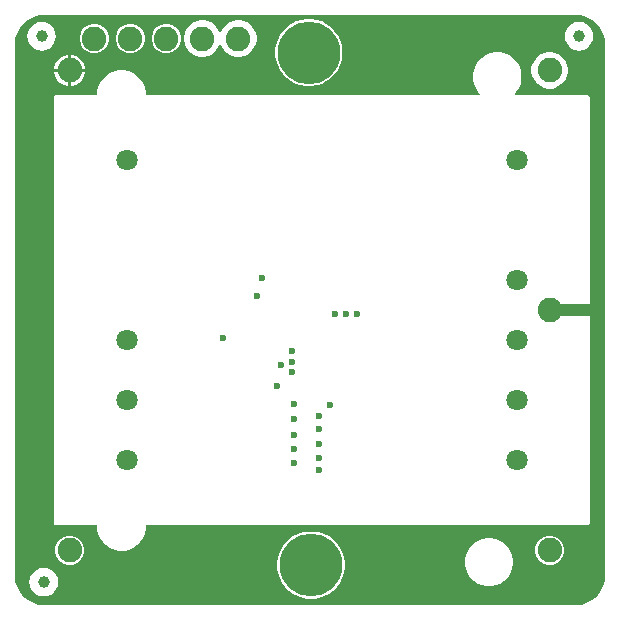
<source format=gtl>
G04*
G04 #@! TF.GenerationSoftware,Altium Limited,Altium Designer,21.6.4 (81)*
G04*
G04 Layer_Physical_Order=1*
G04 Layer_Color=255*
%FSLAX25Y25*%
%MOIN*%
G70*
G04*
G04 #@! TF.SameCoordinates,4529F259-1C2A-4C1D-AD44-B5440C422FEC*
G04*
G04*
G04 #@! TF.FilePolarity,Positive*
G04*
G01*
G75*
%ADD17C,0.03937*%
%ADD18C,0.03937*%
%ADD19C,0.08228*%
%ADD20C,0.20866*%
%ADD21C,0.06150*%
%ADD22C,0.06000*%
%ADD23C,0.07087*%
%ADD24C,0.02362*%
G36*
X170263Y178298D02*
X171555Y177952D01*
X172791Y177440D01*
X173950Y176771D01*
X175011Y175957D01*
X175957Y175011D01*
X176771Y173950D01*
X177440Y172791D01*
X177952Y171555D01*
X178298Y170263D01*
X178473Y168937D01*
X178473Y168268D01*
X178473Y-8110D01*
Y-8779D01*
X178298Y-10105D01*
X177952Y-11398D01*
X177440Y-12634D01*
X176771Y-13792D01*
X175957Y-14854D01*
X175011Y-15800D01*
X173950Y-16614D01*
X172791Y-17283D01*
X171555Y-17795D01*
X170263Y-18141D01*
X168937Y-18316D01*
X168268Y-18316D01*
X-8110Y-18316D01*
X-8779D01*
X-10106Y-18141D01*
X-11398Y-17795D01*
X-12634Y-17283D01*
X-13792Y-16614D01*
X-14853Y-15800D01*
X-15800Y-14853D01*
X-16614Y-13792D01*
X-17283Y-12634D01*
X-17795Y-11398D01*
X-18141Y-10106D01*
X-18316Y-8779D01*
X-18316Y-8110D01*
X-18316Y168268D01*
Y168937D01*
X-18141Y170263D01*
X-17795Y171555D01*
X-17283Y172791D01*
X-16614Y173950D01*
X-15800Y175011D01*
X-14854Y175957D01*
X-13792Y176771D01*
X-12634Y177440D01*
X-11398Y177952D01*
X-10106Y178298D01*
X-8779Y178473D01*
X-8181Y178473D01*
X-8181Y178473D01*
X168268Y178473D01*
X168937D01*
X170263Y178298D01*
D02*
G37*
%LPC*%
G36*
X56780Y176673D02*
X55582D01*
X54407Y176439D01*
X53300Y175981D01*
X52304Y175315D01*
X51456Y174468D01*
X50791Y173472D01*
X50452Y172653D01*
X49911D01*
X49571Y173472D01*
X48906Y174468D01*
X48059Y175315D01*
X47062Y175981D01*
X45955Y176439D01*
X44780Y176673D01*
X43582D01*
X42407Y176439D01*
X41300Y175981D01*
X40304Y175315D01*
X39456Y174468D01*
X38791Y173472D01*
X38332Y172365D01*
X38098Y171190D01*
Y169992D01*
X38332Y168816D01*
X38791Y167709D01*
X39456Y166713D01*
X40304Y165866D01*
X41300Y165200D01*
X42407Y164742D01*
X43582Y164508D01*
X44780D01*
X45955Y164742D01*
X47062Y165200D01*
X48059Y165866D01*
X48906Y166713D01*
X49571Y167709D01*
X49911Y168528D01*
X50452D01*
X50791Y167709D01*
X51456Y166713D01*
X52304Y165866D01*
X53300Y165200D01*
X54407Y164742D01*
X55582Y164508D01*
X56780D01*
X57955Y164742D01*
X59062Y165200D01*
X60059Y165866D01*
X60906Y166713D01*
X61572Y167709D01*
X62030Y168816D01*
X62264Y169992D01*
Y171190D01*
X62030Y172365D01*
X61572Y173472D01*
X60906Y174468D01*
X60059Y175315D01*
X59062Y175981D01*
X57955Y176439D01*
X56780Y176673D01*
D02*
G37*
G36*
X169783Y176123D02*
X168550Y175961D01*
X167401Y175485D01*
X166414Y174728D01*
X165657Y173741D01*
X165181Y172592D01*
X165018Y171358D01*
X165181Y170125D01*
X165657Y168976D01*
X166414Y167989D01*
X167401Y167232D01*
X168550Y166755D01*
X169783Y166593D01*
X171017Y166755D01*
X172166Y167232D01*
X173153Y167989D01*
X173910Y168976D01*
X174386Y170125D01*
X174549Y171358D01*
X174386Y172592D01*
X173910Y173741D01*
X173153Y174728D01*
X172166Y175485D01*
X171017Y175961D01*
X169783Y176123D01*
D02*
G37*
G36*
X-9350D02*
X-10584Y175961D01*
X-11733Y175485D01*
X-12720Y174728D01*
X-13477Y173741D01*
X-13953Y172592D01*
X-14116Y171358D01*
X-13953Y170125D01*
X-13477Y168976D01*
X-12720Y167989D01*
X-11733Y167232D01*
X-10584Y166755D01*
X-9350Y166593D01*
X-8117Y166755D01*
X-6968Y167232D01*
X-5981Y167989D01*
X-5224Y168976D01*
X-4748Y170125D01*
X-4585Y171358D01*
X-4748Y172592D01*
X-5224Y173741D01*
X-5981Y174728D01*
X-6968Y175485D01*
X-8117Y175961D01*
X-9350Y176123D01*
D02*
G37*
G36*
X32826Y175492D02*
X31536D01*
X30289Y175158D01*
X29171Y174513D01*
X28259Y173600D01*
X27614Y172483D01*
X27279Y171236D01*
Y169945D01*
X27614Y168699D01*
X28259Y167581D01*
X29171Y166668D01*
X30289Y166023D01*
X31536Y165689D01*
X32826D01*
X34073Y166023D01*
X35191Y166668D01*
X36103Y167581D01*
X36749Y168699D01*
X37083Y169945D01*
Y171236D01*
X36749Y172483D01*
X36103Y173600D01*
X35191Y174513D01*
X34073Y175158D01*
X32826Y175492D01*
D02*
G37*
G36*
X20826D02*
X19536D01*
X18289Y175158D01*
X17172Y174513D01*
X16259Y173600D01*
X15614Y172483D01*
X15280Y171236D01*
Y169945D01*
X15614Y168699D01*
X16259Y167581D01*
X17172Y166668D01*
X18289Y166023D01*
X19536Y165689D01*
X20826D01*
X22073Y166023D01*
X23191Y166668D01*
X24103Y167581D01*
X24749Y168699D01*
X25083Y169945D01*
Y171236D01*
X24749Y172483D01*
X24103Y173600D01*
X23191Y174513D01*
X22073Y175158D01*
X20826Y175492D01*
D02*
G37*
G36*
X8826D02*
X7536D01*
X6289Y175158D01*
X5172Y174513D01*
X4259Y173600D01*
X3614Y172483D01*
X3280Y171236D01*
Y169945D01*
X3614Y168699D01*
X4259Y167581D01*
X5172Y166668D01*
X6289Y166023D01*
X7536Y165689D01*
X8826D01*
X10073Y166023D01*
X11191Y166668D01*
X12103Y167581D01*
X12749Y168699D01*
X13083Y169945D01*
Y171236D01*
X12749Y172483D01*
X12103Y173600D01*
X11191Y174513D01*
X10073Y175158D01*
X8826Y175492D01*
D02*
G37*
G36*
X673Y165114D02*
X500D01*
Y160500D01*
X5114D01*
Y160673D01*
X4766Y161974D01*
X4092Y163140D01*
X3140Y164092D01*
X1974Y164766D01*
X673Y165114D01*
D02*
G37*
G36*
X-500D02*
X-673D01*
X-1974Y164766D01*
X-3140Y164092D01*
X-4092Y163140D01*
X-4766Y161974D01*
X-5114Y160673D01*
Y160500D01*
X-500D01*
Y165114D01*
D02*
G37*
G36*
X5114Y159500D02*
X500D01*
Y154886D01*
X673D01*
X1974Y155234D01*
X3140Y155908D01*
X4092Y156860D01*
X4766Y158026D01*
X5114Y159327D01*
Y159500D01*
D02*
G37*
G36*
X-500D02*
X-5114D01*
Y159327D01*
X-4766Y158026D01*
X-4092Y156860D01*
X-3140Y155908D01*
X-1974Y155234D01*
X-673Y154886D01*
X-500D01*
Y159500D01*
D02*
G37*
G36*
X80568Y177126D02*
X78802D01*
X77058Y176850D01*
X75378Y176304D01*
X73804Y175502D01*
X72375Y174464D01*
X71127Y173215D01*
X70088Y171786D01*
X69287Y170213D01*
X68741Y168533D01*
X68465Y166789D01*
Y165022D01*
X68741Y163278D01*
X69287Y161598D01*
X70088Y160025D01*
X71127Y158596D01*
X72375Y157347D01*
X73804Y156309D01*
X75378Y155507D01*
X77058Y154961D01*
X78802Y154685D01*
X80568D01*
X82313Y154961D01*
X83992Y155507D01*
X85566Y156309D01*
X86995Y157347D01*
X88244Y158596D01*
X89282Y160025D01*
X90083Y161598D01*
X90629Y163278D01*
X90905Y165022D01*
Y166789D01*
X90629Y168533D01*
X90083Y170213D01*
X89282Y171786D01*
X88244Y173215D01*
X86995Y174464D01*
X85566Y175502D01*
X83992Y176304D01*
X82313Y176850D01*
X80568Y177126D01*
D02*
G37*
G36*
X160599Y166083D02*
X159401D01*
X158226Y165849D01*
X157119Y165390D01*
X156123Y164725D01*
X155275Y163877D01*
X154610Y162881D01*
X154151Y161774D01*
X153917Y160599D01*
Y159401D01*
X154151Y158226D01*
X154610Y157119D01*
X155275Y156123D01*
X156123Y155275D01*
X157119Y154610D01*
X158226Y154151D01*
X159401Y153917D01*
X160599D01*
X161774Y154151D01*
X162881Y154610D01*
X163877Y155275D01*
X164725Y156123D01*
X165390Y157119D01*
X165849Y158226D01*
X166083Y159401D01*
Y160599D01*
X165849Y161774D01*
X165390Y162881D01*
X164725Y163877D01*
X163877Y164725D01*
X162881Y165390D01*
X161774Y165849D01*
X160599Y166083D01*
D02*
G37*
G36*
X143315Y165945D02*
X141725D01*
X140165Y165635D01*
X138697Y165026D01*
X137375Y164143D01*
X136251Y163019D01*
X135367Y161697D01*
X134759Y160228D01*
X134449Y158669D01*
Y157079D01*
X134759Y155520D01*
X135367Y154051D01*
X136251Y152729D01*
X136770Y152210D01*
X136579Y151748D01*
X25394D01*
Y152763D01*
X25084Y154323D01*
X24475Y155791D01*
X23592Y157113D01*
X22468Y158238D01*
X21146Y159121D01*
X19677Y159729D01*
X18118Y160039D01*
X16528D01*
X14969Y159729D01*
X13500Y159121D01*
X12178Y158238D01*
X11054Y157113D01*
X10170Y155791D01*
X9562Y154323D01*
X9252Y152763D01*
Y151748D01*
X-4567D01*
X-4874Y151687D01*
X-5135Y151513D01*
X-5309Y151252D01*
X-5370Y150945D01*
Y9213D01*
X-5309Y8905D01*
X-5135Y8645D01*
X-4874Y8471D01*
X-4567Y8410D01*
X9252D01*
Y7079D01*
X9562Y5520D01*
X10170Y4051D01*
X11054Y2729D01*
X12178Y1605D01*
X13500Y722D01*
X14969Y113D01*
X16528Y-197D01*
X18118D01*
X19677Y113D01*
X21146Y722D01*
X22468Y1605D01*
X23592Y2729D01*
X24475Y4051D01*
X25084Y5520D01*
X25394Y7079D01*
Y8410D01*
X172598D01*
X172906Y8471D01*
X173166Y8645D01*
X173340Y8905D01*
X173401Y9213D01*
Y150945D01*
X173340Y151252D01*
X173166Y151513D01*
X172906Y151687D01*
X172598Y151748D01*
X148461D01*
X148269Y152210D01*
X148789Y152729D01*
X149672Y154051D01*
X150280Y155520D01*
X150591Y157079D01*
Y158669D01*
X150280Y160228D01*
X149672Y161697D01*
X148789Y163019D01*
X147665Y164143D01*
X146343Y165026D01*
X144874Y165635D01*
X143315Y165945D01*
D02*
G37*
G36*
X160645Y4902D02*
X159355D01*
X158108Y4567D01*
X156990Y3922D01*
X156078Y3010D01*
X155432Y1892D01*
X155098Y645D01*
Y-645D01*
X155432Y-1892D01*
X156078Y-3010D01*
X156990Y-3922D01*
X158108Y-4567D01*
X159355Y-4902D01*
X160645D01*
X161892Y-4567D01*
X163010Y-3922D01*
X163922Y-3010D01*
X164567Y-1892D01*
X164902Y-645D01*
Y645D01*
X164567Y1892D01*
X163922Y3010D01*
X163010Y3922D01*
X161892Y4567D01*
X160645Y4902D01*
D02*
G37*
G36*
X645D02*
X-645D01*
X-1892Y4567D01*
X-3010Y3922D01*
X-3922Y3010D01*
X-4567Y1892D01*
X-4902Y645D01*
Y-645D01*
X-4567Y-1892D01*
X-3922Y-3010D01*
X-3010Y-3922D01*
X-1892Y-4567D01*
X-645Y-4902D01*
X645D01*
X1892Y-4567D01*
X3010Y-3922D01*
X3922Y-3010D01*
X4567Y-1892D01*
X4902Y-645D01*
Y645D01*
X4567Y1892D01*
X3922Y3010D01*
X3010Y3922D01*
X1892Y4567D01*
X645Y4902D01*
D02*
G37*
G36*
X140559Y4134D02*
X138969D01*
X137410Y3824D01*
X135941Y3215D01*
X134619Y2332D01*
X133495Y1208D01*
X132612Y-114D01*
X132003Y-1583D01*
X131693Y-3142D01*
Y-4732D01*
X132003Y-6291D01*
X132612Y-7760D01*
X133495Y-9082D01*
X134619Y-10206D01*
X135941Y-11089D01*
X137410Y-11698D01*
X138969Y-12008D01*
X140559D01*
X142118Y-11698D01*
X143587Y-11089D01*
X144909Y-10206D01*
X146033Y-9082D01*
X146916Y-7760D01*
X147524Y-6291D01*
X147835Y-4732D01*
Y-3142D01*
X147524Y-1583D01*
X146916Y-114D01*
X146033Y1208D01*
X144909Y2332D01*
X143587Y3215D01*
X142118Y3824D01*
X140559Y4134D01*
D02*
G37*
G36*
X-8661Y-5865D02*
X-9895Y-6027D01*
X-11044Y-6503D01*
X-12031Y-7260D01*
X-12788Y-8247D01*
X-13264Y-9397D01*
X-13427Y-10630D01*
X-13264Y-11863D01*
X-12788Y-13013D01*
X-12031Y-13999D01*
X-11044Y-14757D01*
X-9895Y-15233D01*
X-8661Y-15395D01*
X-7428Y-15233D01*
X-6279Y-14757D01*
X-5292Y-13999D01*
X-4535Y-13013D01*
X-4059Y-11863D01*
X-3896Y-10630D01*
X-4059Y-9397D01*
X-4535Y-8247D01*
X-5292Y-7260D01*
X-6279Y-6503D01*
X-7428Y-6027D01*
X-8661Y-5865D01*
D02*
G37*
G36*
X81356Y6260D02*
X79589D01*
X77845Y5984D01*
X76165Y5438D01*
X74592Y4636D01*
X73163Y3598D01*
X71914Y2349D01*
X70876Y920D01*
X70074Y-654D01*
X69528Y-2333D01*
X69252Y-4078D01*
Y-5844D01*
X69528Y-7588D01*
X70074Y-9268D01*
X70876Y-10841D01*
X71914Y-12270D01*
X73163Y-13519D01*
X74592Y-14557D01*
X76165Y-15359D01*
X77845Y-15905D01*
X79589Y-16181D01*
X81356D01*
X83100Y-15905D01*
X84780Y-15359D01*
X86353Y-14557D01*
X87782Y-13519D01*
X89031Y-12270D01*
X90069Y-10841D01*
X90871Y-9268D01*
X91417Y-7588D01*
X91693Y-5844D01*
Y-4078D01*
X91417Y-2333D01*
X90871Y-654D01*
X90069Y920D01*
X89031Y2349D01*
X87782Y3598D01*
X86353Y4636D01*
X84780Y5438D01*
X83100Y5984D01*
X81356Y6260D01*
D02*
G37*
%LPD*%
G54D17*
X-9350Y171358D02*
D03*
X-8661Y-10630D02*
D03*
X169783Y171358D02*
D03*
G54D18*
X160158Y80079D02*
X175748D01*
G54D19*
X160000Y0D02*
D03*
Y160000D02*
D03*
X0D02*
D03*
Y0D02*
D03*
X56181Y170591D02*
D03*
X160158Y80079D02*
D03*
X8181Y170591D02*
D03*
X20181D02*
D03*
X32181D02*
D03*
X44181D02*
D03*
G54D20*
X79685Y165905D02*
D03*
X80472Y-4961D02*
D03*
G54D21*
X149016Y130079D02*
D03*
Y90079D02*
D03*
Y70079D02*
D03*
Y50079D02*
D03*
Y30079D02*
D03*
G54D22*
X19016Y130079D02*
D03*
Y70079D02*
D03*
Y30079D02*
D03*
Y50079D02*
D03*
G54D23*
D03*
X149016Y30079D02*
D03*
Y50079D02*
D03*
Y70079D02*
D03*
X19016Y30079D02*
D03*
Y70079D02*
D03*
X149016Y90079D02*
D03*
X19016Y130079D02*
D03*
X149016D02*
D03*
G54D24*
X159449Y-13780D02*
D03*
X151575D02*
D03*
X127953D02*
D03*
X120079D02*
D03*
X112205D02*
D03*
X104331D02*
D03*
X96457D02*
D03*
X64961Y-15748D02*
D03*
X57087D02*
D03*
X49213D02*
D03*
X41339D02*
D03*
X33465D02*
D03*
X25591D02*
D03*
X17717D02*
D03*
X9843D02*
D03*
X1969D02*
D03*
X175197Y1969D02*
D03*
Y9843D02*
D03*
Y17717D02*
D03*
Y25591D02*
D03*
Y33465D02*
D03*
Y41339D02*
D03*
Y49213D02*
D03*
Y57087D02*
D03*
Y64961D02*
D03*
Y72835D02*
D03*
Y80709D02*
D03*
Y88583D02*
D03*
Y96457D02*
D03*
Y104331D02*
D03*
Y112205D02*
D03*
Y120079D02*
D03*
Y127953D02*
D03*
Y135827D02*
D03*
Y143701D02*
D03*
Y151575D02*
D03*
Y159449D02*
D03*
X-11811Y157480D02*
D03*
Y149606D02*
D03*
Y141732D02*
D03*
Y133858D02*
D03*
Y125984D02*
D03*
Y118110D02*
D03*
Y110236D02*
D03*
Y102362D02*
D03*
Y94488D02*
D03*
Y86614D02*
D03*
Y78740D02*
D03*
Y70866D02*
D03*
Y62992D02*
D03*
X91890Y173283D02*
D03*
X91732Y153150D02*
D03*
X101575D02*
D03*
X138976Y173228D02*
D03*
X129134Y153150D02*
D03*
X155905Y153209D02*
D03*
X50177Y158524D02*
D03*
Y175748D02*
D03*
Y162264D02*
D03*
X50217Y166004D02*
D03*
X160158Y168366D02*
D03*
X166240Y153209D02*
D03*
X88424Y78799D02*
D03*
X92164Y78898D02*
D03*
X95904D02*
D03*
X64211Y90709D02*
D03*
X62538Y84902D02*
D03*
X83130Y44826D02*
D03*
X51142Y70925D02*
D03*
X74075Y66348D02*
D03*
X69193Y54685D02*
D03*
X70531Y61796D02*
D03*
X74075Y62924D02*
D03*
Y59449D02*
D03*
X74862Y48779D02*
D03*
Y43661D02*
D03*
Y38543D02*
D03*
X83130Y40512D02*
D03*
X86847Y48386D02*
D03*
X74862Y33819D02*
D03*
Y29094D02*
D03*
X83130Y35394D02*
D03*
Y30669D02*
D03*
Y26634D02*
D03*
M02*

</source>
